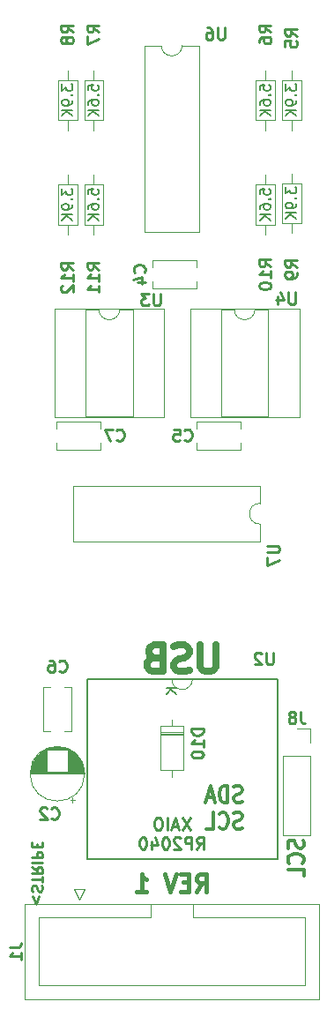
<source format=gbo>
%TF.GenerationSoftware,KiCad,Pcbnew,(6.0.1)*%
%TF.CreationDate,2022-10-24T18:54:59-04:00*%
%TF.ProjectId,ER-MIDI-VC4-01_DB,45522d4d-4944-4492-9d56-43342d30315f,1*%
%TF.SameCoordinates,Original*%
%TF.FileFunction,Legend,Bot*%
%TF.FilePolarity,Positive*%
%FSLAX46Y46*%
G04 Gerber Fmt 4.6, Leading zero omitted, Abs format (unit mm)*
G04 Created by KiCad (PCBNEW (6.0.1)) date 2022-10-24 18:54:59*
%MOMM*%
%LPD*%
G01*
G04 APERTURE LIST*
%ADD10C,0.349250*%
%ADD11C,0.285750*%
%ADD12C,0.412750*%
%ADD13C,0.635000*%
%ADD14C,0.250000*%
%ADD15C,0.150000*%
%ADD16C,0.120000*%
G04 APERTURE END LIST*
D10*
X127637419Y-116836904D02*
X127712409Y-117036476D01*
X127712409Y-117369095D01*
X127637419Y-117502142D01*
X127562428Y-117568666D01*
X127412447Y-117635190D01*
X127262466Y-117635190D01*
X127112485Y-117568666D01*
X127037495Y-117502142D01*
X126962504Y-117369095D01*
X126887514Y-117103000D01*
X126812523Y-116969952D01*
X126737533Y-116903428D01*
X126587552Y-116836904D01*
X126437571Y-116836904D01*
X126287590Y-116903428D01*
X126212600Y-116969952D01*
X126137609Y-117103000D01*
X126137609Y-117435619D01*
X126212600Y-117635190D01*
X127562428Y-119032190D02*
X127637419Y-118965666D01*
X127712409Y-118766095D01*
X127712409Y-118633047D01*
X127637419Y-118433476D01*
X127487438Y-118300428D01*
X127337457Y-118233904D01*
X127037495Y-118167380D01*
X126812523Y-118167380D01*
X126512561Y-118233904D01*
X126362580Y-118300428D01*
X126212600Y-118433476D01*
X126137609Y-118633047D01*
X126137609Y-118766095D01*
X126212600Y-118965666D01*
X126287590Y-119032190D01*
X127712409Y-120296142D02*
X127712409Y-119630904D01*
X126137609Y-119630904D01*
X121756892Y-113119693D02*
X121557320Y-113194683D01*
X121224701Y-113194683D01*
X121091654Y-113119693D01*
X121025130Y-113044702D01*
X120958606Y-112894721D01*
X120958606Y-112744740D01*
X121025130Y-112594759D01*
X121091654Y-112519769D01*
X121224701Y-112444778D01*
X121490797Y-112369788D01*
X121623844Y-112294797D01*
X121690368Y-112219807D01*
X121756892Y-112069826D01*
X121756892Y-111919845D01*
X121690368Y-111769864D01*
X121623844Y-111694874D01*
X121490797Y-111619883D01*
X121158177Y-111619883D01*
X120958606Y-111694874D01*
X120359892Y-113194683D02*
X120359892Y-111619883D01*
X120027273Y-111619883D01*
X119827701Y-111694874D01*
X119694654Y-111844854D01*
X119628130Y-111994835D01*
X119561606Y-112294797D01*
X119561606Y-112519769D01*
X119628130Y-112819731D01*
X119694654Y-112969712D01*
X119827701Y-113119693D01*
X120027273Y-113194683D01*
X120359892Y-113194683D01*
X119029416Y-112744740D02*
X118364177Y-112744740D01*
X119162463Y-113194683D02*
X118696797Y-111619883D01*
X118231130Y-113194683D01*
X121756892Y-115655121D02*
X121557320Y-115730111D01*
X121224701Y-115730111D01*
X121091654Y-115655121D01*
X121025130Y-115580130D01*
X120958606Y-115430149D01*
X120958606Y-115280168D01*
X121025130Y-115130187D01*
X121091654Y-115055197D01*
X121224701Y-114980206D01*
X121490797Y-114905216D01*
X121623844Y-114830225D01*
X121690368Y-114755235D01*
X121756892Y-114605254D01*
X121756892Y-114455273D01*
X121690368Y-114305292D01*
X121623844Y-114230302D01*
X121490797Y-114155311D01*
X121158177Y-114155311D01*
X120958606Y-114230302D01*
X119561606Y-115580130D02*
X119628130Y-115655121D01*
X119827701Y-115730111D01*
X119960749Y-115730111D01*
X120160320Y-115655121D01*
X120293368Y-115505140D01*
X120359892Y-115355159D01*
X120426416Y-115055197D01*
X120426416Y-114830225D01*
X120359892Y-114530263D01*
X120293368Y-114380282D01*
X120160320Y-114230302D01*
X119960749Y-114155311D01*
X119827701Y-114155311D01*
X119628130Y-114230302D01*
X119561606Y-114305292D01*
X118297654Y-115730111D02*
X118962892Y-115730111D01*
X118962892Y-114155311D01*
D11*
X116741714Y-114703956D02*
X115979714Y-115846956D01*
X115979714Y-114703956D02*
X116741714Y-115846956D01*
X115598714Y-115520385D02*
X115054428Y-115520385D01*
X115707571Y-115846956D02*
X115326571Y-114703956D01*
X114945571Y-115846956D01*
X114564571Y-115846956D02*
X114564571Y-114703956D01*
X113802571Y-114703956D02*
X113584857Y-114703956D01*
X113476000Y-114758385D01*
X113367142Y-114867242D01*
X113312714Y-115084956D01*
X113312714Y-115465956D01*
X113367142Y-115683670D01*
X113476000Y-115792527D01*
X113584857Y-115846956D01*
X113802571Y-115846956D01*
X113911428Y-115792527D01*
X114020285Y-115683670D01*
X114074714Y-115465956D01*
X114074714Y-115084956D01*
X114020285Y-114867242D01*
X113911428Y-114758385D01*
X113802571Y-114703956D01*
X117394857Y-117687186D02*
X117775857Y-117142900D01*
X118048000Y-117687186D02*
X118048000Y-116544186D01*
X117612571Y-116544186D01*
X117503714Y-116598615D01*
X117449285Y-116653043D01*
X117394857Y-116761900D01*
X117394857Y-116925186D01*
X117449285Y-117034043D01*
X117503714Y-117088472D01*
X117612571Y-117142900D01*
X118048000Y-117142900D01*
X116905000Y-117687186D02*
X116905000Y-116544186D01*
X116469571Y-116544186D01*
X116360714Y-116598615D01*
X116306285Y-116653043D01*
X116251857Y-116761900D01*
X116251857Y-116925186D01*
X116306285Y-117034043D01*
X116360714Y-117088472D01*
X116469571Y-117142900D01*
X116905000Y-117142900D01*
X115816428Y-116653043D02*
X115762000Y-116598615D01*
X115653142Y-116544186D01*
X115381000Y-116544186D01*
X115272142Y-116598615D01*
X115217714Y-116653043D01*
X115163285Y-116761900D01*
X115163285Y-116870757D01*
X115217714Y-117034043D01*
X115870857Y-117687186D01*
X115163285Y-117687186D01*
X114455714Y-116544186D02*
X114346857Y-116544186D01*
X114238000Y-116598615D01*
X114183571Y-116653043D01*
X114129142Y-116761900D01*
X114074714Y-116979615D01*
X114074714Y-117251757D01*
X114129142Y-117469472D01*
X114183571Y-117578329D01*
X114238000Y-117632757D01*
X114346857Y-117687186D01*
X114455714Y-117687186D01*
X114564571Y-117632757D01*
X114619000Y-117578329D01*
X114673428Y-117469472D01*
X114727857Y-117251757D01*
X114727857Y-116979615D01*
X114673428Y-116761900D01*
X114619000Y-116653043D01*
X114564571Y-116598615D01*
X114455714Y-116544186D01*
X113095000Y-116925186D02*
X113095000Y-117687186D01*
X113367142Y-116489757D02*
X113639285Y-117306186D01*
X112931714Y-117306186D01*
X112278571Y-116544186D02*
X112169714Y-116544186D01*
X112060857Y-116598615D01*
X112006428Y-116653043D01*
X111952000Y-116761900D01*
X111897571Y-116979615D01*
X111897571Y-117251757D01*
X111952000Y-117469472D01*
X112006428Y-117578329D01*
X112060857Y-117632757D01*
X112169714Y-117687186D01*
X112278571Y-117687186D01*
X112387428Y-117632757D01*
X112441857Y-117578329D01*
X112496285Y-117469472D01*
X112550714Y-117251757D01*
X112550714Y-116979615D01*
X112496285Y-116761900D01*
X112441857Y-116653043D01*
X112387428Y-116598615D01*
X112278571Y-116544186D01*
D12*
X117358570Y-121746892D02*
X117908903Y-120960702D01*
X118301999Y-121746892D02*
X118301999Y-120095892D01*
X117673046Y-120095892D01*
X117515808Y-120174512D01*
X117437189Y-120253131D01*
X117358570Y-120410369D01*
X117358570Y-120646226D01*
X117437189Y-120803464D01*
X117515808Y-120882083D01*
X117673046Y-120960702D01*
X118301999Y-120960702D01*
X116650999Y-120882083D02*
X116100665Y-120882083D01*
X115864808Y-121746892D02*
X116650999Y-121746892D01*
X116650999Y-120095892D01*
X115864808Y-120095892D01*
X115393094Y-120095892D02*
X114842760Y-121746892D01*
X114292427Y-120095892D01*
X111619379Y-121746892D02*
X112562808Y-121746892D01*
X112091094Y-121746892D02*
X112091094Y-120095892D01*
X112248332Y-120331750D01*
X112405570Y-120488988D01*
X112562808Y-120567607D01*
D13*
X119205238Y-98109047D02*
X119205238Y-100165238D01*
X119084285Y-100407142D01*
X118963333Y-100528095D01*
X118721428Y-100649047D01*
X118237619Y-100649047D01*
X117995714Y-100528095D01*
X117874761Y-100407142D01*
X117753809Y-100165238D01*
X117753809Y-98109047D01*
X116665238Y-100528095D02*
X116302380Y-100649047D01*
X115697619Y-100649047D01*
X115455714Y-100528095D01*
X115334761Y-100407142D01*
X115213809Y-100165238D01*
X115213809Y-99923333D01*
X115334761Y-99681428D01*
X115455714Y-99560476D01*
X115697619Y-99439523D01*
X116181428Y-99318571D01*
X116423333Y-99197619D01*
X116544285Y-99076666D01*
X116665238Y-98834761D01*
X116665238Y-98592857D01*
X116544285Y-98350952D01*
X116423333Y-98230000D01*
X116181428Y-98109047D01*
X115576666Y-98109047D01*
X115213809Y-98230000D01*
X113278571Y-99318571D02*
X112915714Y-99439523D01*
X112794761Y-99560476D01*
X112673809Y-99802380D01*
X112673809Y-100165238D01*
X112794761Y-100407142D01*
X112915714Y-100528095D01*
X113157619Y-100649047D01*
X114125238Y-100649047D01*
X114125238Y-98109047D01*
X113278571Y-98109047D01*
X113036666Y-98230000D01*
X112915714Y-98350952D01*
X112794761Y-98592857D01*
X112794761Y-98834761D01*
X112915714Y-99076666D01*
X113036666Y-99197619D01*
X113278571Y-99318571D01*
X114125238Y-99318571D01*
D14*
X102214284Y-122166655D02*
X101928570Y-122928560D01*
X101642856Y-122166655D01*
X101595237Y-121738084D02*
X101547618Y-121595227D01*
X101547618Y-121357131D01*
X101595237Y-121261893D01*
X101642856Y-121214274D01*
X101738094Y-121166655D01*
X101833332Y-121166655D01*
X101928570Y-121214274D01*
X101976189Y-121261893D01*
X102023808Y-121357131D01*
X102071427Y-121547608D01*
X102119046Y-121642846D01*
X102166665Y-121690465D01*
X102261903Y-121738084D01*
X102357141Y-121738084D01*
X102452379Y-121690465D01*
X102499999Y-121642846D01*
X102547618Y-121547608D01*
X102547618Y-121309512D01*
X102499999Y-121166655D01*
X102547618Y-120880941D02*
X102547618Y-120309512D01*
X101547618Y-120595227D02*
X102547618Y-120595227D01*
X101547618Y-119404750D02*
X102023808Y-119738084D01*
X101547618Y-119976179D02*
X102547618Y-119976179D01*
X102547618Y-119595227D01*
X102499999Y-119499989D01*
X102452379Y-119452369D01*
X102357141Y-119404750D01*
X102214284Y-119404750D01*
X102119046Y-119452369D01*
X102071427Y-119499989D01*
X102023808Y-119595227D01*
X102023808Y-119976179D01*
X101547618Y-118976179D02*
X102547618Y-118976179D01*
X101547618Y-118499989D02*
X102547618Y-118499989D01*
X102547618Y-118119036D01*
X102499999Y-118023798D01*
X102452379Y-117976179D01*
X102357141Y-117928560D01*
X102214284Y-117928560D01*
X102119046Y-117976179D01*
X102071427Y-118023798D01*
X102023808Y-118119036D01*
X102023808Y-118499989D01*
X102071427Y-117499989D02*
X102071427Y-117166655D01*
X101547618Y-117023798D02*
X101547618Y-117499989D01*
X102547618Y-117499989D01*
X102547618Y-117023798D01*
D11*
%TO.C,C2*%
X103428500Y-114718215D02*
X103482928Y-114772643D01*
X103646214Y-114827072D01*
X103755071Y-114827072D01*
X103918357Y-114772643D01*
X104027214Y-114663786D01*
X104081642Y-114554929D01*
X104136071Y-114337215D01*
X104136071Y-114173929D01*
X104081642Y-113956215D01*
X104027214Y-113847358D01*
X103918357Y-113738501D01*
X103755071Y-113684072D01*
X103646214Y-113684072D01*
X103482928Y-113738501D01*
X103428500Y-113792929D01*
X102993071Y-113792929D02*
X102938642Y-113738501D01*
X102829785Y-113684072D01*
X102557642Y-113684072D01*
X102448785Y-113738501D01*
X102394357Y-113792929D01*
X102339928Y-113901786D01*
X102339928Y-114010643D01*
X102394357Y-114173929D01*
X103047500Y-114827072D01*
X102339928Y-114827072D01*
%TO.C,R11*%
X108017071Y-62060214D02*
X107472785Y-61679214D01*
X108017071Y-61407071D02*
X106874071Y-61407071D01*
X106874071Y-61842500D01*
X106928500Y-61951357D01*
X106982928Y-62005785D01*
X107091785Y-62060214D01*
X107255071Y-62060214D01*
X107363928Y-62005785D01*
X107418357Y-61951357D01*
X107472785Y-61842500D01*
X107472785Y-61407071D01*
X108017071Y-63148785D02*
X108017071Y-62495642D01*
X108017071Y-62822214D02*
X106874071Y-62822214D01*
X107037357Y-62713357D01*
X107146214Y-62604500D01*
X107200642Y-62495642D01*
X108017071Y-64237357D02*
X108017071Y-63584214D01*
X108017071Y-63910785D02*
X106874071Y-63910785D01*
X107037357Y-63801928D01*
X107146214Y-63693071D01*
X107200642Y-63584214D01*
D15*
X106952380Y-54833809D02*
X106952380Y-54357619D01*
X107428571Y-54310000D01*
X107380952Y-54357619D01*
X107333333Y-54452857D01*
X107333333Y-54690952D01*
X107380952Y-54786190D01*
X107428571Y-54833809D01*
X107523809Y-54881428D01*
X107761904Y-54881428D01*
X107857142Y-54833809D01*
X107904761Y-54786190D01*
X107952380Y-54690952D01*
X107952380Y-54452857D01*
X107904761Y-54357619D01*
X107857142Y-54310000D01*
X107857142Y-55310000D02*
X107904761Y-55357619D01*
X107952380Y-55310000D01*
X107904761Y-55262380D01*
X107857142Y-55310000D01*
X107952380Y-55310000D01*
X106952380Y-56214761D02*
X106952380Y-56024285D01*
X107000000Y-55929047D01*
X107047619Y-55881428D01*
X107190476Y-55786190D01*
X107380952Y-55738571D01*
X107761904Y-55738571D01*
X107857142Y-55786190D01*
X107904761Y-55833809D01*
X107952380Y-55929047D01*
X107952380Y-56119523D01*
X107904761Y-56214761D01*
X107857142Y-56262380D01*
X107761904Y-56310000D01*
X107523809Y-56310000D01*
X107428571Y-56262380D01*
X107380952Y-56214761D01*
X107333333Y-56119523D01*
X107333333Y-55929047D01*
X107380952Y-55833809D01*
X107428571Y-55786190D01*
X107523809Y-55738571D01*
X107952380Y-56738571D02*
X106952380Y-56738571D01*
X107952380Y-57310000D02*
X107380952Y-56881428D01*
X106952380Y-57310000D02*
X107523809Y-56738571D01*
D11*
%TO.C,R10*%
X124517071Y-61765214D02*
X123972785Y-61384214D01*
X124517071Y-61112071D02*
X123374071Y-61112071D01*
X123374071Y-61547500D01*
X123428500Y-61656357D01*
X123482928Y-61710785D01*
X123591785Y-61765214D01*
X123755071Y-61765214D01*
X123863928Y-61710785D01*
X123918357Y-61656357D01*
X123972785Y-61547500D01*
X123972785Y-61112071D01*
X124517071Y-62853785D02*
X124517071Y-62200642D01*
X124517071Y-62527214D02*
X123374071Y-62527214D01*
X123537357Y-62418357D01*
X123646214Y-62309500D01*
X123700642Y-62200642D01*
X123374071Y-63561357D02*
X123374071Y-63670214D01*
X123428500Y-63779071D01*
X123482928Y-63833500D01*
X123591785Y-63887928D01*
X123809500Y-63942357D01*
X124081642Y-63942357D01*
X124299357Y-63887928D01*
X124408214Y-63833500D01*
X124462642Y-63779071D01*
X124517071Y-63670214D01*
X124517071Y-63561357D01*
X124462642Y-63452500D01*
X124408214Y-63398071D01*
X124299357Y-63343642D01*
X124081642Y-63289214D01*
X123809500Y-63289214D01*
X123591785Y-63343642D01*
X123482928Y-63398071D01*
X123428500Y-63452500D01*
X123374071Y-63561357D01*
D15*
X123452380Y-54833809D02*
X123452380Y-54357619D01*
X123928571Y-54310000D01*
X123880952Y-54357619D01*
X123833333Y-54452857D01*
X123833333Y-54690952D01*
X123880952Y-54786190D01*
X123928571Y-54833809D01*
X124023809Y-54881428D01*
X124261904Y-54881428D01*
X124357142Y-54833809D01*
X124404761Y-54786190D01*
X124452380Y-54690952D01*
X124452380Y-54452857D01*
X124404761Y-54357619D01*
X124357142Y-54310000D01*
X124357142Y-55310000D02*
X124404761Y-55357619D01*
X124452380Y-55310000D01*
X124404761Y-55262380D01*
X124357142Y-55310000D01*
X124452380Y-55310000D01*
X123452380Y-56214761D02*
X123452380Y-56024285D01*
X123500000Y-55929047D01*
X123547619Y-55881428D01*
X123690476Y-55786190D01*
X123880952Y-55738571D01*
X124261904Y-55738571D01*
X124357142Y-55786190D01*
X124404761Y-55833809D01*
X124452380Y-55929047D01*
X124452380Y-56119523D01*
X124404761Y-56214761D01*
X124357142Y-56262380D01*
X124261904Y-56310000D01*
X124023809Y-56310000D01*
X123928571Y-56262380D01*
X123880952Y-56214761D01*
X123833333Y-56119523D01*
X123833333Y-55929047D01*
X123880952Y-55833809D01*
X123928571Y-55786190D01*
X124023809Y-55738571D01*
X124452380Y-56738571D02*
X123452380Y-56738571D01*
X124452380Y-57310000D02*
X123880952Y-56881428D01*
X123452380Y-57310000D02*
X124023809Y-56738571D01*
D11*
%TO.C,C5*%
X116217500Y-78408214D02*
X116271928Y-78462642D01*
X116435214Y-78517071D01*
X116544071Y-78517071D01*
X116707357Y-78462642D01*
X116816214Y-78353785D01*
X116870642Y-78244928D01*
X116925071Y-78027214D01*
X116925071Y-77863928D01*
X116870642Y-77646214D01*
X116816214Y-77537357D01*
X116707357Y-77428500D01*
X116544071Y-77374071D01*
X116435214Y-77374071D01*
X116271928Y-77428500D01*
X116217500Y-77482928D01*
X115183357Y-77374071D02*
X115727642Y-77374071D01*
X115782071Y-77918357D01*
X115727642Y-77863928D01*
X115618785Y-77809500D01*
X115346642Y-77809500D01*
X115237785Y-77863928D01*
X115183357Y-77918357D01*
X115128928Y-78027214D01*
X115128928Y-78299357D01*
X115183357Y-78408214D01*
X115237785Y-78462642D01*
X115346642Y-78517071D01*
X115618785Y-78517071D01*
X115727642Y-78462642D01*
X115782071Y-78408214D01*
%TO.C,R7*%
X108017071Y-39269500D02*
X107472785Y-38888500D01*
X108017071Y-38616357D02*
X106874071Y-38616357D01*
X106874071Y-39051785D01*
X106928500Y-39160642D01*
X106982928Y-39215071D01*
X107091785Y-39269500D01*
X107255071Y-39269500D01*
X107363928Y-39215071D01*
X107418357Y-39160642D01*
X107472785Y-39051785D01*
X107472785Y-38616357D01*
X106874071Y-39650500D02*
X106874071Y-40412500D01*
X108017071Y-39922642D01*
D15*
X106952380Y-44833809D02*
X106952380Y-44357619D01*
X107428571Y-44310000D01*
X107380952Y-44357619D01*
X107333333Y-44452857D01*
X107333333Y-44690952D01*
X107380952Y-44786190D01*
X107428571Y-44833809D01*
X107523809Y-44881428D01*
X107761904Y-44881428D01*
X107857142Y-44833809D01*
X107904761Y-44786190D01*
X107952380Y-44690952D01*
X107952380Y-44452857D01*
X107904761Y-44357619D01*
X107857142Y-44310000D01*
X107857142Y-45310000D02*
X107904761Y-45357619D01*
X107952380Y-45310000D01*
X107904761Y-45262380D01*
X107857142Y-45310000D01*
X107952380Y-45310000D01*
X106952380Y-46214761D02*
X106952380Y-46024285D01*
X107000000Y-45929047D01*
X107047619Y-45881428D01*
X107190476Y-45786190D01*
X107380952Y-45738571D01*
X107761904Y-45738571D01*
X107857142Y-45786190D01*
X107904761Y-45833809D01*
X107952380Y-45929047D01*
X107952380Y-46119523D01*
X107904761Y-46214761D01*
X107857142Y-46262380D01*
X107761904Y-46310000D01*
X107523809Y-46310000D01*
X107428571Y-46262380D01*
X107380952Y-46214761D01*
X107333333Y-46119523D01*
X107333333Y-45929047D01*
X107380952Y-45833809D01*
X107428571Y-45786190D01*
X107523809Y-45738571D01*
X107952380Y-46738571D02*
X106952380Y-46738571D01*
X107952380Y-47310000D02*
X107380952Y-46881428D01*
X106952380Y-47310000D02*
X107523809Y-46738571D01*
D11*
%TO.C,U3*%
X113870857Y-64374071D02*
X113870857Y-65299357D01*
X113816428Y-65408214D01*
X113762000Y-65462642D01*
X113653142Y-65517071D01*
X113435428Y-65517071D01*
X113326571Y-65462642D01*
X113272142Y-65408214D01*
X113217714Y-65299357D01*
X113217714Y-64374071D01*
X112782285Y-64374071D02*
X112074714Y-64374071D01*
X112455714Y-64809500D01*
X112292428Y-64809500D01*
X112183571Y-64863928D01*
X112129142Y-64918357D01*
X112074714Y-65027214D01*
X112074714Y-65299357D01*
X112129142Y-65408214D01*
X112183571Y-65462642D01*
X112292428Y-65517071D01*
X112619000Y-65517071D01*
X112727857Y-65462642D01*
X112782285Y-65408214D01*
%TO.C,D10*%
X118017071Y-106112071D02*
X116874071Y-106112071D01*
X116874071Y-106384214D01*
X116928500Y-106547500D01*
X117037357Y-106656357D01*
X117146214Y-106710785D01*
X117363928Y-106765214D01*
X117527214Y-106765214D01*
X117744928Y-106710785D01*
X117853785Y-106656357D01*
X117962642Y-106547500D01*
X118017071Y-106384214D01*
X118017071Y-106112071D01*
X118017071Y-107853785D02*
X118017071Y-107200642D01*
X118017071Y-107527214D02*
X116874071Y-107527214D01*
X117037357Y-107418357D01*
X117146214Y-107309500D01*
X117200642Y-107200642D01*
X116874071Y-108561357D02*
X116874071Y-108670214D01*
X116928500Y-108779071D01*
X116982928Y-108833500D01*
X117091785Y-108887928D01*
X117309500Y-108942357D01*
X117581642Y-108942357D01*
X117799357Y-108887928D01*
X117908214Y-108833500D01*
X117962642Y-108779071D01*
X118017071Y-108670214D01*
X118017071Y-108561357D01*
X117962642Y-108452500D01*
X117908214Y-108398071D01*
X117799357Y-108343642D01*
X117581642Y-108289214D01*
X117309500Y-108289214D01*
X117091785Y-108343642D01*
X116982928Y-108398071D01*
X116928500Y-108452500D01*
X116874071Y-108561357D01*
D15*
X115452380Y-102238095D02*
X114452380Y-102238095D01*
X115452380Y-102809523D02*
X114880952Y-102380952D01*
X114452380Y-102809523D02*
X115023809Y-102238095D01*
D11*
%TO.C,C7*%
X109690500Y-78408214D02*
X109744928Y-78462642D01*
X109908214Y-78517071D01*
X110017071Y-78517071D01*
X110180357Y-78462642D01*
X110289214Y-78353785D01*
X110343642Y-78244928D01*
X110398071Y-78027214D01*
X110398071Y-77863928D01*
X110343642Y-77646214D01*
X110289214Y-77537357D01*
X110180357Y-77428500D01*
X110017071Y-77374071D01*
X109908214Y-77374071D01*
X109744928Y-77428500D01*
X109690500Y-77482928D01*
X109309500Y-77374071D02*
X108547500Y-77374071D01*
X109037357Y-78517071D01*
%TO.C,U4*%
X126870857Y-64244071D02*
X126870857Y-65169357D01*
X126816428Y-65278214D01*
X126762000Y-65332642D01*
X126653142Y-65387071D01*
X126435428Y-65387071D01*
X126326571Y-65332642D01*
X126272142Y-65278214D01*
X126217714Y-65169357D01*
X126217714Y-64244071D01*
X125183571Y-64625071D02*
X125183571Y-65387071D01*
X125455714Y-64189642D02*
X125727857Y-65006071D01*
X125020285Y-65006071D01*
%TO.C,R6*%
X124517071Y-39269500D02*
X123972785Y-38888500D01*
X124517071Y-38616357D02*
X123374071Y-38616357D01*
X123374071Y-39051785D01*
X123428500Y-39160642D01*
X123482928Y-39215071D01*
X123591785Y-39269500D01*
X123755071Y-39269500D01*
X123863928Y-39215071D01*
X123918357Y-39160642D01*
X123972785Y-39051785D01*
X123972785Y-38616357D01*
X123374071Y-40249214D02*
X123374071Y-40031500D01*
X123428500Y-39922642D01*
X123482928Y-39868214D01*
X123646214Y-39759357D01*
X123863928Y-39704928D01*
X124299357Y-39704928D01*
X124408214Y-39759357D01*
X124462642Y-39813785D01*
X124517071Y-39922642D01*
X124517071Y-40140357D01*
X124462642Y-40249214D01*
X124408214Y-40303642D01*
X124299357Y-40358071D01*
X124027214Y-40358071D01*
X123918357Y-40303642D01*
X123863928Y-40249214D01*
X123809500Y-40140357D01*
X123809500Y-39922642D01*
X123863928Y-39813785D01*
X123918357Y-39759357D01*
X124027214Y-39704928D01*
D15*
X123452386Y-44833801D02*
X123452386Y-44357611D01*
X123928577Y-44309992D01*
X123880958Y-44357611D01*
X123833339Y-44452849D01*
X123833339Y-44690944D01*
X123880958Y-44786182D01*
X123928577Y-44833801D01*
X124023815Y-44881420D01*
X124261910Y-44881420D01*
X124357148Y-44833801D01*
X124404767Y-44786182D01*
X124452386Y-44690944D01*
X124452386Y-44452849D01*
X124404767Y-44357611D01*
X124357148Y-44309992D01*
X124357148Y-45309992D02*
X124404767Y-45357611D01*
X124452386Y-45309992D01*
X124404767Y-45262372D01*
X124357148Y-45309992D01*
X124452386Y-45309992D01*
X123452386Y-46214753D02*
X123452386Y-46024277D01*
X123500006Y-45929039D01*
X123547625Y-45881420D01*
X123690482Y-45786182D01*
X123880958Y-45738563D01*
X124261910Y-45738563D01*
X124357148Y-45786182D01*
X124404767Y-45833801D01*
X124452386Y-45929039D01*
X124452386Y-46119515D01*
X124404767Y-46214753D01*
X124357148Y-46262372D01*
X124261910Y-46309992D01*
X124023815Y-46309992D01*
X123928577Y-46262372D01*
X123880958Y-46214753D01*
X123833339Y-46119515D01*
X123833339Y-45929039D01*
X123880958Y-45833801D01*
X123928577Y-45786182D01*
X124023815Y-45738563D01*
X124452386Y-46738563D02*
X123452386Y-46738563D01*
X124452386Y-47309992D02*
X123880958Y-46881420D01*
X123452386Y-47309992D02*
X124023815Y-46738563D01*
D11*
%TO.C,U6*%
X120061857Y-38841071D02*
X120061857Y-39766357D01*
X120007428Y-39875214D01*
X119953000Y-39929642D01*
X119844142Y-39984071D01*
X119626428Y-39984071D01*
X119517571Y-39929642D01*
X119463142Y-39875214D01*
X119408714Y-39766357D01*
X119408714Y-38841071D01*
X118374571Y-38841071D02*
X118592285Y-38841071D01*
X118701142Y-38895500D01*
X118755571Y-38949928D01*
X118864428Y-39113214D01*
X118918857Y-39330928D01*
X118918857Y-39766357D01*
X118864428Y-39875214D01*
X118810000Y-39929642D01*
X118701142Y-39984071D01*
X118483428Y-39984071D01*
X118374571Y-39929642D01*
X118320142Y-39875214D01*
X118265714Y-39766357D01*
X118265714Y-39494214D01*
X118320142Y-39385357D01*
X118374571Y-39330928D01*
X118483428Y-39276500D01*
X118701142Y-39276500D01*
X118810000Y-39330928D01*
X118864428Y-39385357D01*
X118918857Y-39494214D01*
%TO.C,R5*%
X127017071Y-39619500D02*
X126472785Y-39238500D01*
X127017071Y-38966357D02*
X125874071Y-38966357D01*
X125874071Y-39401785D01*
X125928500Y-39510642D01*
X125982928Y-39565071D01*
X126091785Y-39619500D01*
X126255071Y-39619500D01*
X126363928Y-39565071D01*
X126418357Y-39510642D01*
X126472785Y-39401785D01*
X126472785Y-38966357D01*
X125874071Y-40653642D02*
X125874071Y-40109357D01*
X126418357Y-40054928D01*
X126363928Y-40109357D01*
X126309500Y-40218214D01*
X126309500Y-40490357D01*
X126363928Y-40599214D01*
X126418357Y-40653642D01*
X126527214Y-40708071D01*
X126799357Y-40708071D01*
X126908214Y-40653642D01*
X126962642Y-40599214D01*
X127017071Y-40490357D01*
X127017071Y-40218214D01*
X126962642Y-40109357D01*
X126908214Y-40054928D01*
D15*
X125952380Y-44262380D02*
X125952380Y-44881428D01*
X126333333Y-44548095D01*
X126333333Y-44690952D01*
X126380952Y-44786190D01*
X126428571Y-44833809D01*
X126523809Y-44881428D01*
X126761904Y-44881428D01*
X126857142Y-44833809D01*
X126904761Y-44786190D01*
X126952380Y-44690952D01*
X126952380Y-44405238D01*
X126904761Y-44310000D01*
X126857142Y-44262380D01*
X126857142Y-45310000D02*
X126904761Y-45357619D01*
X126952380Y-45310000D01*
X126904761Y-45262380D01*
X126857142Y-45310000D01*
X126952380Y-45310000D01*
X126952380Y-45833809D02*
X126952380Y-46024285D01*
X126904761Y-46119523D01*
X126857142Y-46167142D01*
X126714285Y-46262380D01*
X126523809Y-46310000D01*
X126142857Y-46310000D01*
X126047619Y-46262380D01*
X126000000Y-46214761D01*
X125952380Y-46119523D01*
X125952380Y-45929047D01*
X126000000Y-45833809D01*
X126047619Y-45786190D01*
X126142857Y-45738571D01*
X126380952Y-45738571D01*
X126476190Y-45786190D01*
X126523809Y-45833809D01*
X126571428Y-45929047D01*
X126571428Y-46119523D01*
X126523809Y-46214761D01*
X126476190Y-46262380D01*
X126380952Y-46310000D01*
X126952380Y-46738571D02*
X125952380Y-46738571D01*
X126952380Y-47310000D02*
X126380952Y-46881428D01*
X125952380Y-47310000D02*
X126523809Y-46738571D01*
D11*
%TO.C,J1*%
X99384071Y-127136500D02*
X100200500Y-127136500D01*
X100363785Y-127082071D01*
X100472642Y-126973214D01*
X100527071Y-126809928D01*
X100527071Y-126701071D01*
X100527071Y-128279500D02*
X100527071Y-127626357D01*
X100527071Y-127952928D02*
X99384071Y-127952928D01*
X99547357Y-127844071D01*
X99656214Y-127735214D01*
X99710642Y-127626357D01*
%TO.C,U2*%
X124744857Y-98833071D02*
X124744857Y-99758357D01*
X124690428Y-99867214D01*
X124636000Y-99921642D01*
X124527142Y-99976071D01*
X124309428Y-99976071D01*
X124200571Y-99921642D01*
X124146142Y-99867214D01*
X124091714Y-99758357D01*
X124091714Y-98833071D01*
X123601857Y-98941928D02*
X123547428Y-98887500D01*
X123438571Y-98833071D01*
X123166428Y-98833071D01*
X123057571Y-98887500D01*
X123003142Y-98941928D01*
X122948714Y-99050785D01*
X122948714Y-99159642D01*
X123003142Y-99322928D01*
X123656285Y-99976071D01*
X122948714Y-99976071D01*
%TO.C,C4*%
X112356214Y-62309500D02*
X112410642Y-62255071D01*
X112465071Y-62091785D01*
X112465071Y-61982928D01*
X112410642Y-61819642D01*
X112301785Y-61710785D01*
X112192928Y-61656357D01*
X111975214Y-61601928D01*
X111811928Y-61601928D01*
X111594214Y-61656357D01*
X111485357Y-61710785D01*
X111376500Y-61819642D01*
X111322071Y-61982928D01*
X111322071Y-62091785D01*
X111376500Y-62255071D01*
X111430928Y-62309500D01*
X111703071Y-63289214D02*
X112465071Y-63289214D01*
X111267642Y-63017071D02*
X112084071Y-62744928D01*
X112084071Y-63452500D01*
%TO.C,C6*%
X104190500Y-100594214D02*
X104244928Y-100648642D01*
X104408214Y-100703071D01*
X104517071Y-100703071D01*
X104680357Y-100648642D01*
X104789214Y-100539785D01*
X104843642Y-100430928D01*
X104898071Y-100213214D01*
X104898071Y-100049928D01*
X104843642Y-99832214D01*
X104789214Y-99723357D01*
X104680357Y-99614500D01*
X104517071Y-99560071D01*
X104408214Y-99560071D01*
X104244928Y-99614500D01*
X104190500Y-99668928D01*
X103210785Y-99560071D02*
X103428500Y-99560071D01*
X103537357Y-99614500D01*
X103591785Y-99668928D01*
X103700642Y-99832214D01*
X103755071Y-100049928D01*
X103755071Y-100485357D01*
X103700642Y-100594214D01*
X103646214Y-100648642D01*
X103537357Y-100703071D01*
X103319642Y-100703071D01*
X103210785Y-100648642D01*
X103156357Y-100594214D01*
X103101928Y-100485357D01*
X103101928Y-100213214D01*
X103156357Y-100104357D01*
X103210785Y-100049928D01*
X103319642Y-99995500D01*
X103537357Y-99995500D01*
X103646214Y-100049928D01*
X103700642Y-100104357D01*
X103755071Y-100213214D01*
%TO.C,J8*%
X127381000Y-104496071D02*
X127381000Y-105312500D01*
X127435428Y-105475785D01*
X127544285Y-105584642D01*
X127707571Y-105639071D01*
X127816428Y-105639071D01*
X126673428Y-104985928D02*
X126782285Y-104931500D01*
X126836714Y-104877071D01*
X126891142Y-104768214D01*
X126891142Y-104713785D01*
X126836714Y-104604928D01*
X126782285Y-104550500D01*
X126673428Y-104496071D01*
X126455714Y-104496071D01*
X126346857Y-104550500D01*
X126292428Y-104604928D01*
X126238000Y-104713785D01*
X126238000Y-104768214D01*
X126292428Y-104877071D01*
X126346857Y-104931500D01*
X126455714Y-104985928D01*
X126673428Y-104985928D01*
X126782285Y-105040357D01*
X126836714Y-105094785D01*
X126891142Y-105203642D01*
X126891142Y-105421357D01*
X126836714Y-105530214D01*
X126782285Y-105584642D01*
X126673428Y-105639071D01*
X126455714Y-105639071D01*
X126346857Y-105584642D01*
X126292428Y-105530214D01*
X126238000Y-105421357D01*
X126238000Y-105203642D01*
X126292428Y-105094785D01*
X126346857Y-105040357D01*
X126455714Y-104985928D01*
%TO.C,R8*%
X105517071Y-39269500D02*
X104972785Y-38888500D01*
X105517071Y-38616357D02*
X104374071Y-38616357D01*
X104374071Y-39051785D01*
X104428500Y-39160642D01*
X104482928Y-39215071D01*
X104591785Y-39269500D01*
X104755071Y-39269500D01*
X104863928Y-39215071D01*
X104918357Y-39160642D01*
X104972785Y-39051785D01*
X104972785Y-38616357D01*
X104863928Y-39922642D02*
X104809500Y-39813785D01*
X104755071Y-39759357D01*
X104646214Y-39704928D01*
X104591785Y-39704928D01*
X104482928Y-39759357D01*
X104428500Y-39813785D01*
X104374071Y-39922642D01*
X104374071Y-40140357D01*
X104428500Y-40249214D01*
X104482928Y-40303642D01*
X104591785Y-40358071D01*
X104646214Y-40358071D01*
X104755071Y-40303642D01*
X104809500Y-40249214D01*
X104863928Y-40140357D01*
X104863928Y-39922642D01*
X104918357Y-39813785D01*
X104972785Y-39759357D01*
X105081642Y-39704928D01*
X105299357Y-39704928D01*
X105408214Y-39759357D01*
X105462642Y-39813785D01*
X105517071Y-39922642D01*
X105517071Y-40140357D01*
X105462642Y-40249214D01*
X105408214Y-40303642D01*
X105299357Y-40358071D01*
X105081642Y-40358071D01*
X104972785Y-40303642D01*
X104918357Y-40249214D01*
X104863928Y-40140357D01*
D15*
X104452380Y-44262380D02*
X104452380Y-44881428D01*
X104833333Y-44548095D01*
X104833333Y-44690952D01*
X104880952Y-44786190D01*
X104928571Y-44833809D01*
X105023809Y-44881428D01*
X105261904Y-44881428D01*
X105357142Y-44833809D01*
X105404761Y-44786190D01*
X105452380Y-44690952D01*
X105452380Y-44405238D01*
X105404761Y-44310000D01*
X105357142Y-44262380D01*
X105357142Y-45310000D02*
X105404761Y-45357619D01*
X105452380Y-45310000D01*
X105404761Y-45262380D01*
X105357142Y-45310000D01*
X105452380Y-45310000D01*
X105452380Y-45833809D02*
X105452380Y-46024285D01*
X105404761Y-46119523D01*
X105357142Y-46167142D01*
X105214285Y-46262380D01*
X105023809Y-46310000D01*
X104642857Y-46310000D01*
X104547619Y-46262380D01*
X104500000Y-46214761D01*
X104452380Y-46119523D01*
X104452380Y-45929047D01*
X104500000Y-45833809D01*
X104547619Y-45786190D01*
X104642857Y-45738571D01*
X104880952Y-45738571D01*
X104976190Y-45786190D01*
X105023809Y-45833809D01*
X105071428Y-45929047D01*
X105071428Y-46119523D01*
X105023809Y-46214761D01*
X104976190Y-46262380D01*
X104880952Y-46310000D01*
X105452380Y-46738571D02*
X104452380Y-46738571D01*
X105452380Y-47310000D02*
X104880952Y-46881428D01*
X104452380Y-47310000D02*
X105023809Y-46738571D01*
D11*
%TO.C,R9*%
X127017071Y-61809500D02*
X126472785Y-61428500D01*
X127017071Y-61156357D02*
X125874071Y-61156357D01*
X125874071Y-61591785D01*
X125928500Y-61700642D01*
X125982928Y-61755071D01*
X126091785Y-61809500D01*
X126255071Y-61809500D01*
X126363928Y-61755071D01*
X126418357Y-61700642D01*
X126472785Y-61591785D01*
X126472785Y-61156357D01*
X127017071Y-62353785D02*
X127017071Y-62571500D01*
X126962642Y-62680357D01*
X126908214Y-62734785D01*
X126744928Y-62843642D01*
X126527214Y-62898071D01*
X126091785Y-62898071D01*
X125982928Y-62843642D01*
X125928500Y-62789214D01*
X125874071Y-62680357D01*
X125874071Y-62462642D01*
X125928500Y-62353785D01*
X125982928Y-62299357D01*
X126091785Y-62244928D01*
X126363928Y-62244928D01*
X126472785Y-62299357D01*
X126527214Y-62353785D01*
X126581642Y-62462642D01*
X126581642Y-62680357D01*
X126527214Y-62789214D01*
X126472785Y-62843642D01*
X126363928Y-62898071D01*
D15*
X125952380Y-54142380D02*
X125952380Y-54761428D01*
X126333333Y-54428095D01*
X126333333Y-54570952D01*
X126380952Y-54666190D01*
X126428571Y-54713809D01*
X126523809Y-54761428D01*
X126761904Y-54761428D01*
X126857142Y-54713809D01*
X126904761Y-54666190D01*
X126952380Y-54570952D01*
X126952380Y-54285238D01*
X126904761Y-54190000D01*
X126857142Y-54142380D01*
X126857142Y-55190000D02*
X126904761Y-55237619D01*
X126952380Y-55190000D01*
X126904761Y-55142380D01*
X126857142Y-55190000D01*
X126952380Y-55190000D01*
X126952380Y-55713809D02*
X126952380Y-55904285D01*
X126904761Y-55999523D01*
X126857142Y-56047142D01*
X126714285Y-56142380D01*
X126523809Y-56190000D01*
X126142857Y-56190000D01*
X126047619Y-56142380D01*
X126000000Y-56094761D01*
X125952380Y-55999523D01*
X125952380Y-55809047D01*
X126000000Y-55713809D01*
X126047619Y-55666190D01*
X126142857Y-55618571D01*
X126380952Y-55618571D01*
X126476190Y-55666190D01*
X126523809Y-55713809D01*
X126571428Y-55809047D01*
X126571428Y-55999523D01*
X126523809Y-56094761D01*
X126476190Y-56142380D01*
X126380952Y-56190000D01*
X126952380Y-56618571D02*
X125952380Y-56618571D01*
X126952380Y-57190000D02*
X126380952Y-56761428D01*
X125952380Y-57190000D02*
X126523809Y-56618571D01*
D11*
%TO.C,R12*%
X105517071Y-62060214D02*
X104972785Y-61679214D01*
X105517071Y-61407071D02*
X104374071Y-61407071D01*
X104374071Y-61842500D01*
X104428500Y-61951357D01*
X104482928Y-62005785D01*
X104591785Y-62060214D01*
X104755071Y-62060214D01*
X104863928Y-62005785D01*
X104918357Y-61951357D01*
X104972785Y-61842500D01*
X104972785Y-61407071D01*
X105517071Y-63148785D02*
X105517071Y-62495642D01*
X105517071Y-62822214D02*
X104374071Y-62822214D01*
X104537357Y-62713357D01*
X104646214Y-62604500D01*
X104700642Y-62495642D01*
X104482928Y-63584214D02*
X104428500Y-63638642D01*
X104374071Y-63747500D01*
X104374071Y-64019642D01*
X104428500Y-64128500D01*
X104482928Y-64182928D01*
X104591785Y-64237357D01*
X104700642Y-64237357D01*
X104863928Y-64182928D01*
X105517071Y-63529785D01*
X105517071Y-64237357D01*
D15*
X104452380Y-54262380D02*
X104452380Y-54881428D01*
X104833333Y-54548095D01*
X104833333Y-54690952D01*
X104880952Y-54786190D01*
X104928571Y-54833809D01*
X105023809Y-54881428D01*
X105261904Y-54881428D01*
X105357142Y-54833809D01*
X105404761Y-54786190D01*
X105452380Y-54690952D01*
X105452380Y-54405238D01*
X105404761Y-54310000D01*
X105357142Y-54262380D01*
X105357142Y-55310000D02*
X105404761Y-55357619D01*
X105452380Y-55310000D01*
X105404761Y-55262380D01*
X105357142Y-55310000D01*
X105452380Y-55310000D01*
X105452380Y-55833809D02*
X105452380Y-56024285D01*
X105404761Y-56119523D01*
X105357142Y-56167142D01*
X105214285Y-56262380D01*
X105023809Y-56310000D01*
X104642857Y-56310000D01*
X104547619Y-56262380D01*
X104500000Y-56214761D01*
X104452380Y-56119523D01*
X104452380Y-55929047D01*
X104500000Y-55833809D01*
X104547619Y-55786190D01*
X104642857Y-55738571D01*
X104880952Y-55738571D01*
X104976190Y-55786190D01*
X105023809Y-55833809D01*
X105071428Y-55929047D01*
X105071428Y-56119523D01*
X105023809Y-56214761D01*
X104976190Y-56262380D01*
X104880952Y-56310000D01*
X105452380Y-56738571D02*
X104452380Y-56738571D01*
X105452380Y-57310000D02*
X104880952Y-56881428D01*
X104452380Y-57310000D02*
X105023809Y-56738571D01*
D11*
%TO.C,U7*%
X124161071Y-88566142D02*
X125086357Y-88566142D01*
X125195214Y-88620571D01*
X125249642Y-88675000D01*
X125304071Y-88783857D01*
X125304071Y-89001571D01*
X125249642Y-89110428D01*
X125195214Y-89164857D01*
X125086357Y-89219285D01*
X124161071Y-89219285D01*
X124161071Y-89654714D02*
X124161071Y-90416714D01*
X125304071Y-89926857D01*
D16*
%TO.C,C2*%
X102960000Y-108734113D02*
X102063000Y-108734113D01*
X102960000Y-109094113D02*
X101800000Y-109094113D01*
X106556000Y-110095113D02*
X105040000Y-110095113D01*
X102960000Y-109935113D02*
X101472000Y-109935113D01*
X102960000Y-108694113D02*
X102099000Y-108694113D01*
X102960000Y-109254113D02*
X101710000Y-109254113D01*
X106122000Y-108974113D02*
X105040000Y-108974113D01*
X102960000Y-109654113D02*
X101545000Y-109654113D01*
X106550000Y-110055113D02*
X105040000Y-110055113D01*
X105699000Y-108494113D02*
X105040000Y-108494113D01*
X102960000Y-108534113D02*
X102257000Y-108534113D01*
X102960000Y-110135113D02*
X101439000Y-110135113D01*
X102960000Y-109214113D02*
X101732000Y-109214113D01*
X106576000Y-110295113D02*
X101424000Y-110295113D01*
X105937000Y-108734113D02*
X105040000Y-108734113D01*
X106501000Y-109815113D02*
X105040000Y-109815113D01*
X102960000Y-110055113D02*
X101450000Y-110055113D01*
X102960000Y-109775113D02*
X101509000Y-109775113D01*
X102960000Y-109734113D02*
X101520000Y-109734113D01*
X105743000Y-108534113D02*
X105040000Y-108534113D01*
X102960000Y-109134113D02*
X101776000Y-109134113D01*
X102960000Y-109855113D02*
X101489000Y-109855113D01*
X105443000Y-108294113D02*
X105040000Y-108294113D01*
X106348000Y-109374113D02*
X105040000Y-109374113D01*
X105653000Y-108454113D02*
X105040000Y-108454113D01*
X102960000Y-109174113D02*
X101753000Y-109174113D01*
X102960000Y-108934113D02*
X101905000Y-108934113D01*
X102960000Y-109694113D02*
X101532000Y-109694113D01*
X106200000Y-109094113D02*
X105040000Y-109094113D01*
X102960000Y-108494113D02*
X102301000Y-108494113D01*
X105178000Y-108134113D02*
X102822000Y-108134113D01*
X102960000Y-109895113D02*
X101480000Y-109895113D01*
X104518000Y-107894113D02*
X103482000Y-107894113D01*
X106247000Y-109174113D02*
X105040000Y-109174113D01*
X105011000Y-108054113D02*
X102989000Y-108054113D01*
X105500000Y-108334113D02*
X105040000Y-108334113D01*
X106536000Y-109975113D02*
X105040000Y-109975113D01*
X105901000Y-108694113D02*
X105040000Y-108694113D01*
X104915000Y-108014113D02*
X103085000Y-108014113D01*
X106468000Y-109694113D02*
X105040000Y-109694113D01*
X102960000Y-108294113D02*
X102557000Y-108294113D01*
X102960000Y-109294113D02*
X101690000Y-109294113D01*
X102960000Y-108854113D02*
X101965000Y-108854113D01*
X106224000Y-109134113D02*
X105040000Y-109134113D01*
X106398000Y-109494113D02*
X105040000Y-109494113D01*
X106491000Y-109775113D02*
X105040000Y-109775113D01*
X106573000Y-110255113D02*
X101427000Y-110255113D01*
X106428000Y-109574113D02*
X105040000Y-109574113D01*
X106561000Y-110135113D02*
X105040000Y-110135113D01*
X102960000Y-108374113D02*
X102446000Y-108374113D01*
X105826000Y-108614113D02*
X105040000Y-108614113D01*
X105725000Y-113009888D02*
X105225000Y-113009888D01*
X102960000Y-108654113D02*
X102136000Y-108654113D01*
X106365000Y-109414113D02*
X105040000Y-109414113D01*
X102960000Y-110175113D02*
X101435000Y-110175113D01*
X102960000Y-108574113D02*
X102215000Y-108574113D01*
X102960000Y-108254113D02*
X102617000Y-108254113D01*
X106310000Y-109294113D02*
X105040000Y-109294113D01*
X106565000Y-110175113D02*
X105040000Y-110175113D01*
X106528000Y-109935113D02*
X105040000Y-109935113D01*
X106580000Y-110455113D02*
X101420000Y-110455113D01*
X106580000Y-110415113D02*
X101420000Y-110415113D01*
X102960000Y-108414113D02*
X102395000Y-108414113D01*
X102960000Y-108454113D02*
X102347000Y-108454113D01*
X102960000Y-108894113D02*
X101935000Y-108894113D01*
X102960000Y-109494113D02*
X101602000Y-109494113D01*
X106065000Y-108894113D02*
X105040000Y-108894113D01*
X106175000Y-109054113D02*
X105040000Y-109054113D01*
X106414000Y-109534113D02*
X105040000Y-109534113D01*
X106543000Y-110015113D02*
X105040000Y-110015113D01*
X104677000Y-107934113D02*
X103323000Y-107934113D01*
X106290000Y-109254113D02*
X105040000Y-109254113D01*
X106035000Y-108854113D02*
X105040000Y-108854113D01*
X106455000Y-109654113D02*
X105040000Y-109654113D01*
X105319000Y-108214113D02*
X105040000Y-108214113D01*
X105098000Y-108094113D02*
X102902000Y-108094113D01*
X102960000Y-109374113D02*
X101652000Y-109374113D01*
X105251000Y-108174113D02*
X105040000Y-108174113D01*
X102960000Y-108774113D02*
X102029000Y-108774113D01*
X106480000Y-109734113D02*
X105040000Y-109734113D01*
X102960000Y-108174113D02*
X102749000Y-108174113D01*
X104805000Y-107974113D02*
X103195000Y-107974113D01*
X102960000Y-110015113D02*
X101457000Y-110015113D01*
X102960000Y-108214113D02*
X102681000Y-108214113D01*
X102960000Y-109574113D02*
X101572000Y-109574113D01*
X106268000Y-109214113D02*
X105040000Y-109214113D01*
X102960000Y-108974113D02*
X101878000Y-108974113D01*
X102960000Y-109614113D02*
X101558000Y-109614113D01*
X106095000Y-108934113D02*
X105040000Y-108934113D01*
X106442000Y-109614113D02*
X105040000Y-109614113D01*
X106382000Y-109454113D02*
X105040000Y-109454113D01*
X105554000Y-108374113D02*
X105040000Y-108374113D01*
X106520000Y-109895113D02*
X105040000Y-109895113D01*
X105971000Y-108774113D02*
X105040000Y-108774113D01*
X105785000Y-108574113D02*
X105040000Y-108574113D01*
X102960000Y-109054113D02*
X101825000Y-109054113D01*
X102960000Y-109454113D02*
X101618000Y-109454113D01*
X102960000Y-109815113D02*
X101499000Y-109815113D01*
X106329000Y-109334113D02*
X105040000Y-109334113D01*
X106004000Y-108814113D02*
X105040000Y-108814113D01*
X102960000Y-109975113D02*
X101464000Y-109975113D01*
X105475000Y-113259888D02*
X105475000Y-112759888D01*
X106149000Y-109014113D02*
X105040000Y-109014113D01*
X106579000Y-110375113D02*
X101421000Y-110375113D01*
X102960000Y-109334113D02*
X101671000Y-109334113D01*
X102960000Y-110095113D02*
X101444000Y-110095113D01*
X102960000Y-109414113D02*
X101635000Y-109414113D01*
X102960000Y-110215113D02*
X101431000Y-110215113D01*
X102960000Y-108334113D02*
X102500000Y-108334113D01*
X106578000Y-110335113D02*
X101422000Y-110335113D01*
X102960000Y-108814113D02*
X101996000Y-108814113D01*
X104284000Y-107854113D02*
X103716000Y-107854113D01*
X105383000Y-108254113D02*
X105040000Y-108254113D01*
X102960000Y-109014113D02*
X101851000Y-109014113D01*
X105605000Y-108414113D02*
X105040000Y-108414113D01*
X106569000Y-110215113D02*
X105040000Y-110215113D01*
X105864000Y-108654113D02*
X105040000Y-108654113D01*
X102960000Y-109534113D02*
X101586000Y-109534113D01*
X106511000Y-109855113D02*
X105040000Y-109855113D01*
X102960000Y-108614113D02*
X102174000Y-108614113D01*
X106620000Y-110455113D02*
G75*
G03*
X106620000Y-110455113I-2620000J0D01*
G01*
%TO.C,R11*%
X108420000Y-53890000D02*
X108420000Y-57730000D01*
X107500000Y-58680000D02*
X107500000Y-57730000D01*
X106580000Y-57730000D02*
X106580000Y-53890000D01*
X106580000Y-53890000D02*
X108420000Y-53890000D01*
X107500000Y-52940000D02*
X107500000Y-53890000D01*
X108420000Y-57730000D02*
X106580000Y-57730000D01*
%TO.C,R10*%
X123080000Y-57730000D02*
X123080000Y-53890000D01*
X123080000Y-53890000D02*
X124920000Y-53890000D01*
X124920000Y-57730000D02*
X123080000Y-57730000D01*
X124000000Y-52940000D02*
X124000000Y-53890000D01*
X124920000Y-53890000D02*
X124920000Y-57730000D01*
X124000000Y-58680000D02*
X124000000Y-57730000D01*
%TO.C,C5*%
X121647000Y-76630000D02*
X121647000Y-77335000D01*
X121647000Y-78665000D02*
X121647000Y-79370000D01*
X121647000Y-76630000D02*
X117407000Y-76630000D01*
X121647000Y-79370000D02*
X117407000Y-79370000D01*
X117407000Y-76630000D02*
X117407000Y-77335000D01*
X117407000Y-78665000D02*
X117407000Y-79370000D01*
%TO.C,R7*%
X107500000Y-48680000D02*
X107500000Y-47730000D01*
X108420000Y-47730000D02*
X106580000Y-47730000D01*
X106580000Y-47730000D02*
X106580000Y-43890000D01*
X106580000Y-43890000D02*
X108420000Y-43890000D01*
X107500000Y-42940000D02*
X107500000Y-43890000D01*
X108420000Y-43890000D02*
X108420000Y-47730000D01*
%TO.C,U3*%
X114240000Y-65810000D02*
X114240000Y-76210000D01*
X111240000Y-65870000D02*
X111240000Y-76150000D01*
X106740000Y-65870000D02*
X107990000Y-65870000D01*
X106740000Y-76150000D02*
X106740000Y-65870000D01*
X111240000Y-76150000D02*
X106740000Y-76150000D01*
X114240000Y-76210000D02*
X103740000Y-76210000D01*
X103740000Y-65810000D02*
X114240000Y-65810000D01*
X103740000Y-76210000D02*
X103740000Y-65810000D01*
X109990000Y-65870000D02*
X111240000Y-65870000D01*
X107990000Y-65870000D02*
G75*
G03*
X109990000Y-65870000I1000000J0D01*
G01*
%TO.C,D10*%
X115000000Y-110770000D02*
X115000000Y-110120000D01*
X113880000Y-106480000D02*
X116120000Y-106480000D01*
X115000000Y-105230000D02*
X115000000Y-105880000D01*
X116120000Y-110120000D02*
X113880000Y-110120000D01*
X113880000Y-105880000D02*
X116120000Y-105880000D01*
X116120000Y-105880000D02*
X116120000Y-110120000D01*
X113880000Y-106720000D02*
X116120000Y-106720000D01*
X113880000Y-106600000D02*
X116120000Y-106600000D01*
X113880000Y-110120000D02*
X113880000Y-105880000D01*
%TO.C,C7*%
X103880000Y-76630000D02*
X108120000Y-76630000D01*
X103880000Y-77335000D02*
X103880000Y-76630000D01*
X103880000Y-79370000D02*
X103880000Y-78665000D01*
X108120000Y-79370000D02*
X108120000Y-78665000D01*
X103880000Y-79370000D02*
X108120000Y-79370000D01*
X108120000Y-77335000D02*
X108120000Y-76630000D01*
%TO.C,U4*%
X116740000Y-76210000D02*
X116740000Y-65810000D01*
X119740000Y-76150000D02*
X119740000Y-65870000D01*
X127240000Y-65810000D02*
X127240000Y-76210000D01*
X127240000Y-76210000D02*
X116740000Y-76210000D01*
X124240000Y-76150000D02*
X119740000Y-76150000D01*
X119740000Y-65870000D02*
X120990000Y-65870000D01*
X116740000Y-65810000D02*
X127240000Y-65810000D01*
X124240000Y-65870000D02*
X124240000Y-76150000D01*
X122990000Y-65870000D02*
X124240000Y-65870000D01*
X120990000Y-65870000D02*
G75*
G03*
X122990000Y-65870000I1000000J0D01*
G01*
%TO.C,R6*%
X124000000Y-48680000D02*
X124000000Y-47730000D01*
X124920000Y-47730000D02*
X123080000Y-47730000D01*
X124920000Y-43890000D02*
X124920000Y-47730000D01*
X123080000Y-43890000D02*
X124920000Y-43890000D01*
X124000000Y-42940000D02*
X124000000Y-43890000D01*
X123080000Y-47730000D02*
X123080000Y-43890000D01*
%TO.C,U6*%
X117640000Y-58445000D02*
X112340000Y-58445000D01*
X112340000Y-58445000D02*
X112340000Y-40545000D01*
X115990000Y-40545000D02*
X117640000Y-40545000D01*
X112340000Y-40545000D02*
X113990000Y-40545000D01*
X117640000Y-40545000D02*
X117640000Y-58445000D01*
X113990000Y-40545000D02*
G75*
G03*
X115990000Y-40545000I1000000J0D01*
G01*
%TO.C,R5*%
X126500000Y-42940000D02*
X126500000Y-43890000D01*
X127420000Y-43890000D02*
X127420000Y-47730000D01*
X127420000Y-47730000D02*
X125580000Y-47730000D01*
X125580000Y-47730000D02*
X125580000Y-43890000D01*
X126500000Y-48680000D02*
X126500000Y-47730000D01*
X125580000Y-43890000D02*
X127420000Y-43890000D01*
%TO.C,J1*%
X112950000Y-124267500D02*
X102200000Y-124267500D01*
X127800000Y-124267500D02*
X117050000Y-124267500D01*
X105610000Y-121567500D02*
X106610000Y-121567500D01*
X129100000Y-132077500D02*
X129100000Y-122957500D01*
X106110000Y-122567500D02*
X105610000Y-121567500D01*
X112950000Y-122957500D02*
X112950000Y-124267500D01*
X129100000Y-122957500D02*
X100900000Y-122957500D01*
X102200000Y-124267500D02*
X102200000Y-130767500D01*
X100900000Y-132077500D02*
X129100000Y-132077500D01*
X117050000Y-124267500D02*
X117050000Y-122957500D01*
X127800000Y-130767500D02*
X127800000Y-124267500D01*
X102200000Y-130767500D02*
X127800000Y-130767500D01*
X106610000Y-121567500D02*
X106110000Y-122567500D01*
X117050000Y-124267500D02*
X117050000Y-124267500D01*
X100900000Y-122957500D02*
X100900000Y-132077500D01*
D15*
%TO.C,U2*%
X125144000Y-101364000D02*
X106856000Y-101364000D01*
X106856000Y-101364000D02*
X106856000Y-118636000D01*
X106856000Y-118636000D02*
X125144000Y-118636000D01*
X125144000Y-118636000D02*
X125144000Y-101364000D01*
D16*
X114984000Y-101364000D02*
G75*
G03*
X116984000Y-101364000I1000000J0D01*
G01*
%TO.C,C4*%
X117370000Y-63870000D02*
X117370000Y-63165000D01*
X113130000Y-61835000D02*
X113130000Y-61130000D01*
X113130000Y-61130000D02*
X117370000Y-61130000D01*
X113130000Y-63870000D02*
X113130000Y-63165000D01*
X113130000Y-63870000D02*
X117370000Y-63870000D01*
X117370000Y-61835000D02*
X117370000Y-61130000D01*
%TO.C,C6*%
X103335000Y-102130000D02*
X102630000Y-102130000D01*
X105370000Y-102130000D02*
X104665000Y-102130000D01*
X105370000Y-106370000D02*
X104665000Y-106370000D01*
X105370000Y-106370000D02*
X105370000Y-102130000D01*
X102630000Y-106370000D02*
X102630000Y-102130000D01*
X103335000Y-106370000D02*
X102630000Y-106370000D01*
%TO.C,J8*%
X125670000Y-108722000D02*
X125670000Y-116402000D01*
X128330000Y-108722000D02*
X125670000Y-108722000D01*
X128330000Y-108722000D02*
X128330000Y-116402000D01*
X128330000Y-107452000D02*
X128330000Y-106122000D01*
X128330000Y-116402000D02*
X125670000Y-116402000D01*
X128330000Y-106122000D02*
X127000000Y-106122000D01*
%TO.C,R8*%
X104080000Y-47730000D02*
X104080000Y-43890000D01*
X105920000Y-47730000D02*
X104080000Y-47730000D01*
X105000000Y-42940000D02*
X105000000Y-43890000D01*
X105000000Y-48680000D02*
X105000000Y-47730000D01*
X105920000Y-43890000D02*
X105920000Y-47730000D01*
X104080000Y-43890000D02*
X105920000Y-43890000D01*
%TO.C,R9*%
X125580000Y-57610000D02*
X125580000Y-53770000D01*
X127420000Y-57610000D02*
X125580000Y-57610000D01*
X125580000Y-53770000D02*
X127420000Y-53770000D01*
X127420000Y-53770000D02*
X127420000Y-57610000D01*
X126500000Y-52820000D02*
X126500000Y-53770000D01*
X126500000Y-58560000D02*
X126500000Y-57610000D01*
%TO.C,R12*%
X105920000Y-57730000D02*
X104080000Y-57730000D01*
X105000000Y-58680000D02*
X105000000Y-57730000D01*
X105000000Y-52940000D02*
X105000000Y-53890000D01*
X104080000Y-53890000D02*
X105920000Y-53890000D01*
X104080000Y-57730000D02*
X104080000Y-53890000D01*
X105920000Y-53890000D02*
X105920000Y-57730000D01*
%TO.C,U7*%
X105555000Y-82840000D02*
X123455000Y-82840000D01*
X105555000Y-88140000D02*
X105555000Y-82840000D01*
X123455000Y-86490000D02*
X123455000Y-88140000D01*
X123455000Y-82840000D02*
X123455000Y-84490000D01*
X123455000Y-88140000D02*
X105555000Y-88140000D01*
X123455000Y-84490000D02*
G75*
G03*
X123455000Y-86490000I0J-1000000D01*
G01*
%TD*%
M02*

</source>
